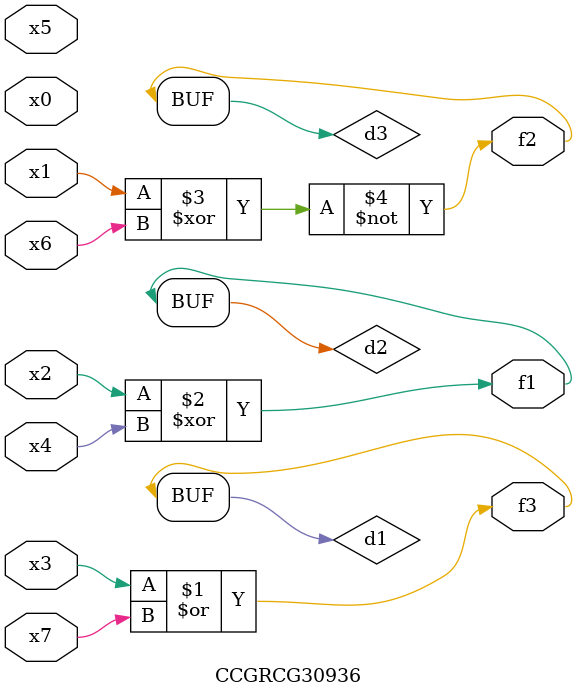
<source format=v>
module CCGRCG30936(
	input x0, x1, x2, x3, x4, x5, x6, x7,
	output f1, f2, f3
);

	wire d1, d2, d3;

	or (d1, x3, x7);
	xor (d2, x2, x4);
	xnor (d3, x1, x6);
	assign f1 = d2;
	assign f2 = d3;
	assign f3 = d1;
endmodule

</source>
